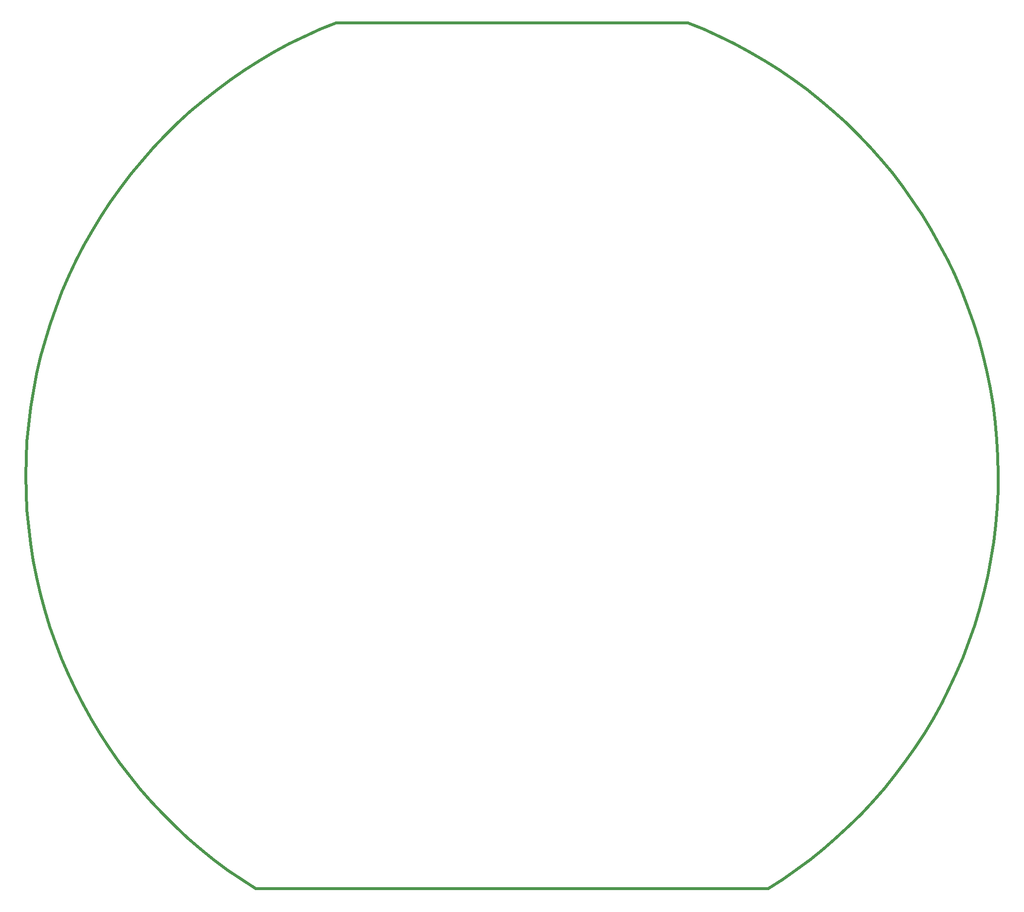
<source format=gm1>
G04 Layer_Color=16711935*
%FSLAX25Y25*%
%MOIN*%
G70*
G01*
G75*
%ADD99C,0.01968*%
D99*
X-131354Y-4445D02*
X-120484Y0D01*
X-142059Y-9272D02*
X-131354Y-4445D01*
X-152587Y-14472D02*
X-142059Y-9272D01*
X-162925Y-20043D02*
X-152587Y-14472D01*
X-173059Y-25972D02*
X-162925Y-20043D01*
X-182980Y-32260D02*
X-173059Y-25972D01*
X-192669Y-38890D02*
X-182980Y-32260D01*
X-202122Y-45858D02*
X-192669Y-38890D01*
X-211323Y-53158D02*
X-202122Y-45858D01*
X-220260Y-60776D02*
X-211323Y-53158D01*
X-228921Y-68705D02*
X-220260Y-60776D01*
X-237299Y-76933D02*
X-228921Y-68705D01*
X-245378Y-85453D02*
X-237299Y-76933D01*
X-253154Y-94256D02*
X-245378Y-85453D01*
X-260614Y-103323D02*
X-253154Y-94256D01*
X-267748Y-112650D02*
X-260614Y-103323D01*
X-274551Y-122221D02*
X-267748Y-112650D01*
X-281012Y-132027D02*
X-274551Y-122221D01*
X-287118Y-142059D02*
X-281012Y-132027D01*
X-292870Y-152295D02*
X-287118Y-142059D01*
X-298260Y-162728D02*
X-292870Y-152295D01*
X-303272Y-173346D02*
X-298260Y-162728D01*
X-307909Y-184138D02*
X-303272Y-173346D01*
X-312165Y-195083D02*
X-307909Y-184138D01*
X-316028Y-206173D02*
X-312165Y-195083D01*
X-319500Y-217390D02*
X-316028Y-206173D01*
X-322571Y-228724D02*
X-319500Y-217390D01*
X-325244Y-240158D02*
X-322571Y-228724D01*
X-327508Y-251681D02*
X-325244Y-240158D01*
X-329366Y-263276D02*
X-327508Y-251681D01*
X-330815Y-274929D02*
X-329366Y-263276D01*
X-331850Y-286626D02*
X-330815Y-274929D01*
X-332469Y-298354D02*
X-331850Y-286626D01*
X-332677Y-310094D02*
X-332469Y-298354D01*
X-332677Y-310094D02*
X-332472Y-321744D01*
X-331862Y-333378D01*
X-330842Y-344980D01*
X-329417Y-356543D01*
X-327590Y-368047D01*
X-325362Y-379484D01*
X-322732Y-390835D01*
X-319705Y-402083D01*
X-316291Y-413221D01*
X-312484Y-424232D01*
X-308295Y-435102D01*
X-303732Y-445819D01*
X-298791Y-456370D01*
X-293488Y-466744D01*
X-287823Y-476925D01*
X-281807Y-486898D01*
X-275441Y-496658D01*
X-268740Y-506185D01*
X-261713Y-515476D01*
X-254358Y-524512D01*
X-246697Y-533287D01*
X-238728Y-541787D01*
X-230472Y-550004D01*
X-221929Y-557925D01*
X-213118Y-565547D01*
X-204043Y-572850D01*
X-194717Y-579835D01*
X-185154Y-586484D01*
X-175362Y-592799D01*
X175362D01*
X185197Y-586457D01*
X194799Y-579776D01*
X204161Y-572760D01*
X213272Y-565417D01*
X222118Y-557760D01*
X230689Y-549795D01*
X238976Y-541535D01*
X246965Y-532988D01*
X254649Y-524165D01*
X262020Y-515079D01*
X269067Y-505740D01*
X275780Y-496158D01*
X282154Y-486342D01*
X288177Y-476315D01*
X293843Y-466079D01*
X299146Y-455650D01*
X304079Y-445039D01*
X308638Y-434264D01*
X312811Y-423335D01*
X316598Y-412264D01*
X319996Y-401067D01*
X322996Y-389760D01*
X325598Y-378350D01*
X327799Y-366858D01*
X329591Y-355299D01*
X330976Y-343681D01*
X331953Y-332020D01*
X332520Y-320335D01*
X332673Y-308634D01*
X332417Y-296937D02*
X332673Y-308634D01*
X331748Y-285256D02*
X332417Y-296937D01*
X330669Y-273606D02*
X331748Y-285256D01*
X329181Y-262004D02*
X330669Y-273606D01*
X327287Y-250457D02*
X329181Y-262004D01*
X324988Y-238984D02*
X327287Y-250457D01*
X322287Y-227602D02*
X324988Y-238984D01*
X319185Y-216319D02*
X322287Y-227602D01*
X315693Y-205153D02*
X319185Y-216319D01*
X311807Y-194118D02*
X315693Y-205153D01*
X307536Y-183224D02*
X311807Y-194118D01*
X302886Y-172488D02*
X307536Y-183224D01*
X297858Y-161921D02*
X302886Y-172488D01*
X292465Y-151539D02*
X297858Y-161921D01*
X286709Y-141354D02*
X292465Y-151539D01*
X280594Y-131378D02*
X286709Y-141354D01*
X274138Y-121622D02*
X280594Y-131378D01*
X267342Y-112098D02*
X274138Y-121622D01*
X260213Y-102819D02*
X267342Y-112098D01*
X252764Y-93795D02*
X260213Y-102819D01*
X245000Y-85043D02*
X252764Y-93795D01*
X236937Y-76567D02*
X245000Y-85043D01*
X228579Y-68378D02*
X236937Y-76567D01*
X219937Y-60492D02*
X228579Y-68378D01*
X211024Y-52913D02*
X219937Y-60492D01*
X201850Y-45650D02*
X211024Y-52913D01*
X192425Y-38717D02*
X201850Y-45650D01*
X182764Y-32118D02*
X192425Y-38717D01*
X172878Y-25862D02*
X182764Y-32118D01*
X162776Y-19961D02*
X172878Y-25862D01*
X152472Y-14413D02*
X162776Y-19961D01*
X141980Y-9236D02*
X152472Y-14413D01*
X131315Y-4429D02*
X141980Y-9236D01*
X120484Y0D02*
X131315Y-4429D01*
X-120484Y0D02*
X120484D01*
M02*

</source>
